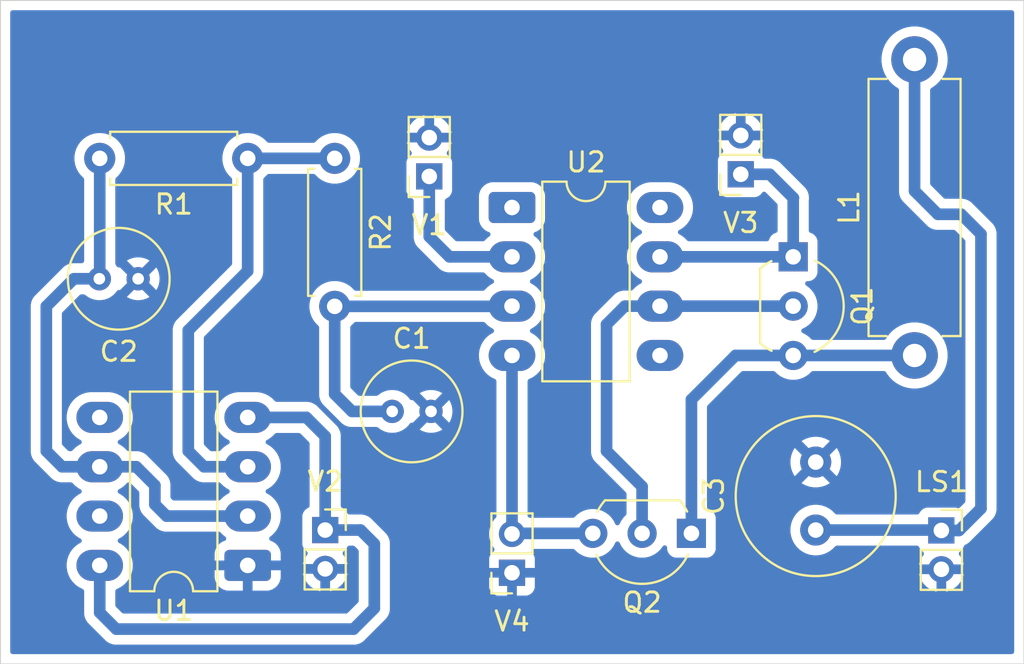
<source format=kicad_pcb>
(kicad_pcb (version 20241229) (generator "pcbnew") (generator_version "9.0")
  (layers (0 "F.Cu" signal) (2 "B.Cu" signal) (13 "F.Paste" user) (15 "B.Paste" user) (5 "F.SilkS" user "F.Silkscreen") (7 "B.SilkS" user "B.Silkscreen") (1 "F.Mask" user) (3 "B.Mask" user) (25 "Edge.Cuts" user))
  (net 0 "")
  (net 1 "Net-(U2-+)")
  (net 2 "GND")
  (net 3 "Net-(U1-THR)")
  (net 4 "Net-(C3-Pad1)")
  (net 5 "Net-(Q1-S)")
  (net 6 "Net-(Q1-G)")
  (net 7 "VCC2")
  (net 8 "VEE2")
  (net 9 "Net-(U1-Q)")
  (net 10 "VCC1")
  (net 14 "Net-(U2--)")
  (footprint "Capacitor_THT:C_Radial_D5.0mm_H5.0mm_P2.00mm" (layer "F.Cu") (at 93.11 79.44)
    (property "Reference" "C1" (at 1 -3.75 0) (layer "F.SilkS"))
    (property "Value" "0.5u")
    (fp_circle (center 1 0) (end 3.62 0) (stroke (width 0.12)) (fill no) (layer "F.SilkS"))
    (pad "1" thru_hole circle (at 0 0) (size 1.2 1.2) (drill 0.6) (layers "*.Cu" "*.Mask") (net 1 "Net-(U2-+)"))
    (pad "2" thru_hole circle (at 2 0) (size 1.2 1.2) (drill 0.6) (layers "*.Cu" "*.Mask") (net 2 "GND"))
  )
  (footprint "Inductor_THT:L_Axial_L13.0mm_D4.5mm_P15.24mm_Horizontal_Fastron_HCCC" (layer "F.Cu") (at 120.01 76.56 90)
    (property "Reference" "L1" (at 7.62 -3.37 90) (layer "F.SilkS"))
    (property "Value" "150m")
    (fp_line (start 14.24 -2.37) (end 14.24 -1.44) (stroke (width 0.12)) (layer "F.SilkS"))
    (fp_line (start 1 -2.37) (end 14.24 -2.37) (stroke (width 0.12)) (layer "F.SilkS"))
    (fp_line (start 1 -1.44) (end 1 -2.37) (stroke (width 0.12)) (layer "F.SilkS"))
    (fp_line (start 1 1.44) (end 1 2.37) (stroke (width 0.12)) (layer "F.SilkS"))
    (fp_line (start 14.24 2.37) (end 14.24 1.44) (stroke (width 0.12)) (layer "F.SilkS"))
    (fp_line (start 1 2.37) (end 14.24 2.37) (stroke (width 0.12)) (layer "F.SilkS"))
    (pad "1" thru_hole circle (at 0 0 90) (size 2.4 2.4) (drill 1.2) (layers "*.Cu" "*.Mask") (net 5 "Net-(Q1-S)"))
    (pad "2" thru_hole oval (at 15.24 0 90) (size 2.4 2.4) (drill 1.2) (layers "*.Cu" "*.Mask") (net 4 "Net-(C3-Pad1)"))
  )
  (footprint "Capacitor_THT:C_Radial_D5.0mm_H5.0mm_P2.00mm" (layer "F.Cu") (at 80.03 72.61 180)
    (property "Reference" "C2" (at 1 -3.75 0) (layer "F.SilkS"))
    (property "Value" "0.1u")
    (fp_circle (center 1 0) (end 3.62 0) (stroke (width 0.12)) (fill no) (layer "F.SilkS"))
    (pad "1" thru_hole circle (at 0 0 180) (size 1.2 1.2) (drill 0.6) (layers "*.Cu" "*.Mask") (net 2 "GND"))
    (pad "2" thru_hole circle (at 2 0 180) (size 1.2 1.2) (drill 0.6) (layers "*.Cu" "*.Mask") (net 3 "Net-(U1-THR)"))
  )
  (footprint "Resistor_THT:R_Axial_DIN0207_L6.3mm_D2.5mm_P7.62mm_Horizontal" (layer "F.Cu") (at 85.67 66.41 180)
    (property "Reference" "R1" (at 3.81 -2.37 0) (layer "F.SilkS"))
    (property "Value" "47K")
    (fp_line (start 7.08 1.37) (end 7.08 1.04) (stroke (width 0.12)) (layer "F.SilkS"))
    (fp_line (start 7.08 -1.37) (end 7.08 -1.04) (stroke (width 0.12)) (layer "F.SilkS"))
    (fp_line (start 0.54 1.37) (end 7.08 1.37) (stroke (width 0.12)) (layer "F.SilkS"))
    (fp_line (start 0.54 1.04) (end 0.54 1.37) (stroke (width 0.12)) (layer "F.SilkS"))
    (fp_line (start 0.54 -1.04) (end 0.54 -1.37) (stroke (width 0.12)) (layer "F.SilkS"))
    (fp_line (start 0.54 -1.37) (end 7.08 -1.37) (stroke (width 0.12)) (layer "F.SilkS"))
    (pad "1" thru_hole circle (at 0 0 180) (size 1.6 1.6) (drill 0.8) (layers "*.Cu" "*.Mask") (net 9 "Net-(U1-Q)"))
    (pad "2" thru_hole oval (at 7.62 0 180) (size 1.6 1.6) (drill 0.8) (layers "*.Cu" "*.Mask") (net 3 "Net-(U1-THR)"))
  )
  (footprint "Package_TO_SOT_THT:TO-92L_Inline_Wide" (layer "F.Cu") (at 113.76 71.48 -90)
    (property "Reference" "Q1" (at 2.54 -3.56 90) (layer "F.SilkS"))
    (property "Value" "NMOS")
    (fp_line (start 0.6 1.7) (end 4.45 1.7) (stroke (width 0.12)) (layer "F.SilkS"))
    (fp_arc (start 0.6 1.7) (mid 0.389183 1.423933) (end 0.217369 1.122045) (stroke (width 0.12)) (layer "F.SilkS"))
    (fp_arc (start 4.842383 1.112264) (mid 4.666594 1.419753) (end 4.45 1.7) (stroke (width 0.12)) (layer "F.SilkS"))
    (fp_arc (start 0.1836 -1.098807) (mid 1.143021 -2.192817) (end 2.54 -2.6) (stroke (width 0.12)) (layer "F.SilkS"))
    (fp_arc (start 2.54 -2.6) (mid 3.936979 -2.192818) (end 4.8964 -1.098807) (stroke (width 0.12)) (layer "F.SilkS"))
    (pad "1" thru_hole rect (at 0 0 270) (size 1.5 1.5) (drill 0.8) (layers "*.Cu" "*.Mask") (net 7 "VCC2"))
    (pad "2" thru_hole circle (at 2.54 0 270) (size 1.5 1.5) (drill 0.8) (layers "*.Cu" "*.Mask") (net 6 "Net-(Q1-G)"))
    (pad "3" thru_hole circle (at 5.08 0 270) (size 1.5 1.5) (drill 0.8) (layers "*.Cu" "*.Mask") (net 5 "Net-(Q1-S)"))
  )
  (footprint "Connector_PinSocket_2.00mm:PinSocket_1x02_P2.00mm_Vertical" (layer "F.Cu") (at 121.39 85.57)
    (property "Reference" "LS1" (at 0 -2.5 0) (layer "F.SilkS"))
    (property "Value" "Speaker")
    (fp_line (start -1.06 1) (end -1.06 3.06) (stroke (width 0.12)) (layer "F.SilkS"))
    (fp_line (start -1.06 1) (end 1.06 1) (stroke (width 0.12)) (layer "F.SilkS"))
    (fp_line (start -1.06 3.06) (end 1.06 3.06) (stroke (width 0.12)) (layer "F.SilkS"))
    (fp_line (start 0 -1.06) (end 1.06 -1.06) (stroke (width 0.12)) (layer "F.SilkS"))
    (fp_line (start 1.06 -1.06) (end 1.06 0) (stroke (width 0.12)) (layer "F.SilkS"))
    (fp_line (start 1.06 1) (end 1.06 3.06) (stroke (width 0.12)) (layer "F.SilkS"))
    (pad "1" thru_hole rect (at 0 0) (size 1.35 1.35) (drill 0.8) (layers "*.Cu" "*.Mask") (net 4 "Net-(C3-Pad1)"))
    (pad "2" thru_hole oval (at 0 2) (size 1.35 1.35) (drill 0.8) (layers "*.Cu" "*.Mask") (net 2 "GND"))
  )
  (footprint "Resistor_THT:R_Axial_DIN0207_L6.3mm_D2.5mm_P7.62mm_Horizontal" (layer "F.Cu") (at 90.15 66.41 -90)
    (property "Reference" "R2" (at 3.81 -2.37 90) (layer "F.SilkS"))
    (property "Value" "100K")
    (fp_line (start 0.54 1.37) (end 7.08 1.37) (stroke (width 0.12)) (layer "F.SilkS"))
    (fp_line (start 7.08 1.37) (end 7.08 1.04) (stroke (width 0.12)) (layer "F.SilkS"))
    (fp_line (start 0.54 1.04) (end 0.54 1.37) (stroke (width 0.12)) (layer "F.SilkS"))
    (fp_line (start 0.54 -1.04) (end 0.54 -1.37) (stroke (width 0.12)) (layer "F.SilkS"))
    (fp_line (start 0.54 -1.37) (end 7.08 -1.37) (stroke (width 0.12)) (layer "F.SilkS"))
    (fp_line (start 7.08 -1.37) (end 7.08 -1.04) (stroke (width 0.12)) (layer "F.SilkS"))
    (pad "1" thru_hole circle (at 0 0 270) (size 1.6 1.6) (drill 0.8) (layers "*.Cu" "*.Mask") (net 9 "Net-(U1-Q)"))
    (pad "2" thru_hole oval (at 7.62 0 270) (size 1.6 1.6) (drill 0.8) (layers "*.Cu" "*.Mask") (net 1 "Net-(U2-+)"))
  )
  (footprint "Package_TO_SOT_THT:TO-92L_Inline_Wide" (layer "F.Cu") (at 108.52 85.72 180)
    (property "Reference" "Q2" (at 2.54 -3.56 0) (layer "F.SilkS"))
    (property "Value" "PMOS")
    (fp_line (start 0.6 1.7) (end 4.45 1.7) (stroke (width 0.12)) (layer "F.SilkS"))
    (fp_arc (start 4.842383 1.112264) (mid 4.666594 1.419753) (end 4.45 1.7) (stroke (width 0.12)) (layer "F.SilkS"))
    (fp_arc (start 2.54 -2.6) (mid 3.936979 -2.192818) (end 4.8964 -1.098807) (stroke (width 0.12)) (layer "F.SilkS"))
    (fp_arc (start 0.6 1.7) (mid 0.389183 1.423933) (end 0.217369 1.122045) (stroke (width 0.12)) (layer "F.SilkS"))
    (fp_arc (start 0.1836 -1.098807) (mid 1.143021 -2.192817) (end 2.54 -2.6) (stroke (width 0.12)) (layer "F.SilkS"))
    (pad "1" thru_hole rect (at 0 0 180) (size 1.5 1.5) (drill 0.8) (layers "*.Cu" "*.Mask") (net 5 "Net-(Q1-S)"))
    (pad "2" thru_hole circle (at 2.54 0 180) (size 1.5 1.5) (drill 0.8) (layers "*.Cu" "*.Mask") (net 6 "Net-(Q1-G)"))
    (pad "3" thru_hole circle (at 5.08 0 180) (size 1.5 1.5) (drill 0.8) (layers "*.Cu" "*.Mask") (net 8 "VEE2"))
  )
  (footprint "Connector_PinSocket_2.00mm:PinSocket_1x02_P2.00mm_Vertical" (layer "F.Cu") (at 99.28 87.75 180)
    (property "Reference" "V4" (at 0 -2.5 0) (layer "F.SilkS"))
    (property "Value" "15")
    (fp_line (start 1.06 1) (end 1.06 3.06) (stroke (width 0.12)) (layer "F.SilkS"))
    (fp_line (start 1.06 -1.06) (end 1.06 0) (stroke (width 0.12)) (layer "F.SilkS"))
    (fp_line (start 0 -1.06) (end 1.06 -1.06) (stroke (width 0.12)) (layer "F.SilkS"))
    (fp_line (start -1.06 3.06) (end 1.06 3.06) (stroke (width 0.12)) (layer "F.SilkS"))
    (fp_line (start -1.06 1) (end 1.06 1) (stroke (width 0.12)) (layer "F.SilkS"))
    (fp_line (start -1.06 1) (end -1.06 3.06) (stroke (width 0.12)) (layer "F.SilkS"))
    (pad "1" thru_hole rect (at 0 0 180) (size 1.35 1.35) (drill 0.8) (layers "*.Cu" "*.Mask") (net 2 "GND"))
    (pad "2" thru_hole oval (at 0 2 180) (size 1.35 1.35) (drill 0.8) (layers "*.Cu" "*.Mask") (net 8 "VEE2"))
  )
  (footprint "Connector_PinSocket_2.00mm:PinSocket_1x02_P2.00mm_Vertical" (layer "F.Cu") (at 89.66 85.55)
    (property "Reference" "V2" (at 0 -2.5 0) (layer "F.SilkS"))
    (property "Value" "5")
    (fp_line (start -1.06 1) (end -1.06 3.06) (stroke (width 0.12)) (layer "F.SilkS"))
    (fp_line (start -1.06 1) (end 1.06 1) (stroke (width 0.12)) (layer "F.SilkS"))
    (fp_line (start -1.06 3.06) (end 1.06 3.06) (stroke (width 0.12)) (layer "F.SilkS"))
    (fp_line (start 0 -1.06) (end 1.06 -1.06) (stroke (width 0.12)) (layer "F.SilkS"))
    (fp_line (start 1.06 -1.06) (end 1.06 0) (stroke (width 0.12)) (layer "F.SilkS"))
    (fp_line (start 1.06 1) (end 1.06 3.06) (stroke (width 0.12)) (layer "F.SilkS"))
    (pad "1" thru_hole rect (at 0 0) (size 1.35 1.35) (drill 0.8) (layers "*.Cu" "*.Mask") (net 10 "VCC1"))
    (pad "2" thru_hole oval (at 0 2) (size 1.35 1.35) (drill 0.8) (layers "*.Cu" "*.Mask") (net 2 "GND"))
  )
  (footprint "Capacitor_THT:C_Radial_D8.0mm_H7.0mm_P3.50mm" (layer "F.Cu") (at 114.92 85.55 90)
    (property "Reference" "C3" (at 1.75 -5.25 90) (layer "F.SilkS"))
    (property "Value" "100u")
    (fp_circle (center 1.75 0) (end 5.87 0) (stroke (width 0.12)) (fill no) (layer "F.SilkS"))
    (pad "1" thru_hole circle (at 0 0 90) (size 1.6 1.6) (drill 0.8) (layers "*.Cu" "*.Mask") (net 4 "Net-(C3-Pad1)"))
    (pad "2" thru_hole circle (at 3.5 0 90) (size 1.6 1.6) (drill 0.8) (layers "*.Cu" "*.Mask") (net 2 "GND"))
  )
  (footprint "Package_DIP:DIP-8_W7.62mm_LongPads" (layer "F.Cu") (at 85.67 87.37 180)
    (property "Reference" "U1" (at 3.81 -2.33 0) (layer "F.SilkS"))
    (property "Value" "NE555P")
    (fp_line (start 6.06 8.95) (end 6.06 -1.33) (stroke (width 0.12)) (layer "F.SilkS"))
    (fp_line (start 6.06 -1.33) (end 4.81 -1.33) (stroke (width 0.12)) (layer "F.SilkS"))
    (fp_line (start 2.81 -1.33) (end 1.56 -1.33) (stroke (width 0.12)) (layer "F.SilkS"))
    (fp_line (start 1.56 8.95) (end 6.06 8.95) (stroke (width 0.12)) (layer "F.SilkS"))
    (fp_line (start 1.56 -1.33) (end 1.56 8.95) (stroke (width 0.12)) (layer "F.SilkS"))
    (fp_arc (start 4.81 -1.33) (mid 3.81 -0.33) (end 2.81 -1.33) (stroke (width 0.12)) (layer "F.SilkS"))
    (pad "1" thru_hole roundrect (at 0 0 180) (size 2.4 1.6) (drill 0.8) (layers "*.Cu" "*.Mask") (roundrect_rratio 0.15625) (net 2 "GND"))
    (pad "2" thru_hole oval (at 0 2.54 180) (size 2.4 1.6) (drill 0.8) (layers "*.Cu" "*.Mask") (net 3 "Net-(U1-THR)"))
    (pad "3" thru_hole oval (at 0 5.08 180) (size 2.4 1.6) (drill 0.8) (layers "*.Cu" "*.Mask") (net 9 "Net-(U1-Q)"))
    (pad "4" thru_hole oval (at 0 7.62 180) (size 2.4 1.6) (drill 0.8) (layers "*.Cu" "*.Mask") (net 10 "VCC1"))
    (pad "5" thru_hole oval (at 7.62 7.62 180) (size 2.4 1.6) (drill 0.8) (layers "*.Cu" "*.Mask"))
    (pad "6" thru_hole oval (at 7.62 5.08 180) (size 2.4 1.6) (drill 0.8) (layers "*.Cu" "*.Mask") (net 3 "Net-(U1-THR)"))
    (pad "7" thru_hole oval (at 7.62 2.54 180) (size 2.4 1.6) (drill 0.8) (layers "*.Cu" "*.Mask"))
    (pad "8" thru_hole oval (at 7.62 0 180) (size 2.4 1.6) (drill 0.8) (layers "*.Cu" "*.Mask") (net 10 "VCC1"))
  )
  (footprint "Package_DIP:DIP-8_W7.62mm_LongPads" (layer "F.Cu") (at 99.28 68.94)
    (property "Reference" "U2" (at 3.81 -2.33 0) (layer "F.SilkS"))
    (property "Value" "LM741")
    (fp_line (start 1.56 -1.33) (end 1.56 8.95) (stroke (width 0.12)) (layer "F.SilkS"))
    (fp_line (start 1.56 8.95) (end 6.06 8.95) (stroke (width 0.12)) (layer "F.SilkS"))
    (fp_line (start 2.81 -1.33) (end 1.56 -1.33) (stroke (width 0.12)) (layer "F.SilkS"))
    (fp_line (start 6.06 -1.33) (end 4.81 -1.33) (stroke (width 0.12)) (layer "F.SilkS"))
    (fp_line (start 6.06 8.95) (end 6.06 -1.33) (stroke (width 0.12)) (layer "F.SilkS"))
    (fp_arc (start 4.81 -1.33) (mid 3.81 -0.33) (end 2.81 -1.33) (stroke (width 0.12)) (layer "F.SilkS"))
    (pad "1" thru_hole roundrect (at 0 0) (size 2.4 1.6) (drill 0.8) (layers "*.Cu" "*.Mask") (roundrect_rratio 0.15625))
    (pad "2" thru_hole oval (at 0 2.54) (size 2.4 1.6) (drill 0.8) (layers "*.Cu" "*.Mask") (net 14 "Net-(U2--)"))
    (pad "3" thru_hole oval (at 0 5.08) (size 2.4 1.6) (drill 0.8) (layers "*.Cu" "*.Mask") (net 1 "Net-(U2-+)"))
    (pad "4" thru_hole oval (at 0 7.62) (size 2.4 1.6) (drill 0.8) (layers "*.Cu" "*.Mask") (net 8 "VEE2"))
    (pad "5" thru_hole oval (at 7.62 7.62) (size 2.4 1.6) (drill 0.8) (layers "*.Cu" "*.Mask"))
    (pad "6" thru_hole oval (at 7.62 5.08) (size 2.4 1.6) (drill 0.8) (layers "*.Cu" "*.Mask") (net 6 "Net-(Q1-G)"))
    (pad "7" thru_hole oval (at 7.62 2.54) (size 2.4 1.6) (drill 0.8) (layers "*.Cu" "*.Mask") (net 7 "VCC2"))
    (pad "8" thru_hole oval (at 7.62 0) (size 2.4 1.6) (drill 0.8) (layers "*.Cu" "*.Mask"))
  )
  (footprint "Connector_PinSocket_2.00mm:PinSocket_1x02_P2.00mm_Vertical" (layer "F.Cu") (at 111.06 67.23 180)
    (property "Reference" "V3" (at 0 -2.5 0) (layer "F.SilkS"))
    (property "Value" "15")
    (fp_line (start 1.06 1) (end 1.06 3.06) (stroke (width 0.12)) (layer "F.SilkS"))
    (fp_line (start 1.06 -1.06) (end 1.06 0) (stroke (width 0.12)) (layer "F.SilkS"))
    (fp_line (start 0 -1.06) (end 1.06 -1.06) (stroke (width 0.12)) (layer "F.SilkS"))
    (fp_line (start -1.06 3.06) (end 1.06 3.06) (stroke (width 0.12)) (layer "F.SilkS"))
    (fp_line (start -1.06 1) (end 1.06 1) (stroke (width 0.12)) (layer "F.SilkS"))
    (fp_line (start -1.06 1) (end -1.06 3.06) (stroke (width 0.12)) (layer "F.SilkS"))
    (pad "1" thru_hole rect (at 0 0 180) (size 1.35 1.35) (drill 0.8) (layers "*.Cu" "*.Mask") (net 7 "VCC2"))
    (pad "2" thru_hole oval (at 0 2 180) (size 1.35 1.35) (drill 0.8) (layers "*.Cu" "*.Mask") (net 2 "GND"))
  )
  (footprint "Connector_PinSocket_2.00mm:PinSocket_1x02_P2.00mm_Vertical" (layer "F.Cu") (at 95.02 67.34 180)
    (property "Reference" "V1" (at 0 -2.5 0) (layer "F.SilkS"))
    (property "Value" "VSIN")
    (fp_line (start 1.06 1) (end 1.06 3.06) (stroke (width 0.12)) (layer "F.SilkS"))
    (fp_line (start 1.06 -1.06) (end 1.06 0) (stroke (width 0.12)) (layer "F.SilkS"))
    (fp_line (start 0 -1.06) (end 1.06 -1.06) (stroke (width 0.12)) (layer "F.SilkS"))
    (fp_line (start -1.06 3.06) (end 1.06 3.06) (stroke (width 0.12)) (layer "F.SilkS"))
    (fp_line (start -1.06 1) (end 1.06 1) (stroke (width 0.12)) (layer "F.SilkS"))
    (fp_line (start -1.06 1) (end -1.06 3.06) (stroke (width 0.12)) (layer "F.SilkS"))
    (pad "1" thru_hole rect (at 0 0 180) (size 1.35 1.35) (drill 0.8) (layers "*.Cu" "*.Mask") (net 14 "Net-(U2--)"))
    (pad "2" thru_hole oval (at 0 2 180) (size 1.35 1.35) (drill 0.8) (layers "*.Cu" "*.Mask") (net 2 "GND"))
  )
  (gr_rect (start 72.94 58.28) (end 125.64 92.44) (stroke (width 0.05)) (fill no) (layer "Edge.Cuts"))
  (segment (start 99.27 74.03) (end 99.28 74.02) (width 0.6) (layer "B.Cu") (net 1))
  (segment (start 90.15 74.03) (end 99.27 74.03) (width 0.6) (layer "B.Cu") (net 1))
  (segment (start 91.04 79.44) (end 90.15 78.55) (width 0.6) (layer "B.Cu") (net 1))
  (segment (start 90.15 74.03) (end 90.15 78.55) (width 0.6) (layer "B.Cu") (net 1))
  (segment (start 93.11 79.44) (end 91.04 79.44) (width 0.6) (layer "B.Cu") (net 1))
  (segment (start 80.89 83.25) (end 80.89 84.23) (width 0.6) (layer "B.Cu") (net 3))
  (segment (start 78.05 82.29) (end 76.11 82.29) (width 0.6) (layer "B.Cu") (net 3))
  (segment (start 76.11 82.29) (end 75.3 81.48) (width 0.6) (layer "B.Cu") (net 3))
  (segment (start 75.3 74.03) (end 76.72 72.61) (width 0.6) (layer "B.Cu") (net 3))
  (segment (start 80.89 84.23) (end 81.49 84.83) (width 0.6) (layer "B.Cu") (net 3))
  (segment (start 75.3 81.48) (end 75.3 74.03) (width 0.6) (layer "B.Cu") (net 3))
  (segment (start 81.49 84.83) (end 85.67 84.83) (width 0.6) (layer "B.Cu") (net 3))
  (segment (start 78.05 66.41) (end 78.05 72.59) (width 0.6) (layer "B.Cu") (net 3))
  (segment (start 76.72 72.61) (end 78.03 72.61) (width 0.6) (layer "B.Cu") (net 3))
  (segment (start 78.05 72.59) (end 78.03 72.61) (width 0.6) (layer "B.Cu") (net 3))
  (segment (start 79.93 82.29) (end 80.89 83.25) (width 0.6) (layer "B.Cu") (net 3))
  (segment (start 78.05 82.29) (end 79.93 82.29) (width 0.6) (layer "B.Cu") (net 3))
  (segment (start 122.3 85.57) (end 121.39 85.57) (width 0.6) (layer "B.Cu") (net 4))
  (segment (start 114.92 85.55) (end 121.37 85.55) (width 0.6) (layer "B.Cu") (net 4))
  (segment (start 121.21 69.29) (end 122.41 69.29) (width 0.6) (layer "B.Cu") (net 4))
  (segment (start 122.41 69.29) (end 123.43 70.31) (width 0.6) (layer "B.Cu") (net 4))
  (segment (start 120.01 68.09) (end 121.21 69.29) (width 0.6) (layer "B.Cu") (net 4))
  (segment (start 120.01 61.32) (end 120.01 68.09) (width 0.6) (layer "B.Cu") (net 4))
  (segment (start 121.37 85.55) (end 121.39 85.57) (width 0.6) (layer "B.Cu") (net 4))
  (segment (start 123.43 70.31) (end 123.43 84.44) (width 0.6) (layer "B.Cu") (net 4))
  (segment (start 123.43 84.44) (end 122.3 85.57) (width 0.6) (layer "B.Cu") (net 4))
  (segment (start 110.79 76.56) (end 108.52 78.83) (width 0.6) (layer "B.Cu") (net 5))
  (segment (start 113.76 76.56) (end 120.01 76.56) (width 0.6) (layer "B.Cu") (net 5))
  (segment (start 113.76 76.56) (end 110.79 76.56) (width 0.6) (layer "B.Cu") (net 5))
  (segment (start 108.52 78.83) (end 108.52 85.72) (width 0.6) (layer "B.Cu") (net 5))
  (segment (start 105.98 83.31) (end 104.15 81.48) (width 0.6) (layer "B.Cu") (net 6))
  (segment (start 105.09 74.02) (end 106.9 74.02) (width 0.6) (layer "B.Cu") (net 6))
  (segment (start 104.15 81.48) (end 104.15 74.96) (width 0.6) (layer "B.Cu") (net 6))
  (segment (start 104.15 74.96) (end 105.09 74.02) (width 0.6) (layer "B.Cu") (net 6))
  (segment (start 106.9 74.02) (end 113.76 74.02) (width 0.6) (layer "B.Cu") (net 6))
  (segment (start 105.98 85.72) (end 105.98 83.31) (width 0.6) (layer "B.Cu") (net 6))
  (segment (start 112.55 67.23) (end 113.77 68.45) (width 0.6) (layer "B.Cu") (net 7))
  (segment (start 113.77 68.45) (end 113.76 68.46) (width 0.6) (layer "B.Cu") (net 7))
  (segment (start 113.76 68.46) (end 113.76 71.48) (width 0.6) (layer "B.Cu") (net 7))
  (segment (start 111.06 67.23) (end 112.55 67.23) (width 0.6) (layer "B.Cu") (net 7))
  (segment (start 106.9 71.48) (end 113.76 71.48) (width 0.6) (layer "B.Cu") (net 7))
  (segment (start 99.31 85.72) (end 99.28 85.75) (width 0.6) (layer "B.Cu") (net 8))
  (segment (start 99.28 76.56) (end 99.28 85.75) (width 0.6) (layer "B.Cu") (net 8))
  (segment (start 103.44 85.72) (end 99.31 85.72) (width 0.6) (layer "B.Cu") (net 8))
  (segment (start 85.67 82.29) (end 83.42 82.29) (width 0.6) (layer "B.Cu") (net 9))
  (segment (start 83.42 82.29) (end 82.61 81.48) (width 0.6) (layer "B.Cu") (net 9))
  (segment (start 82.61 81.48) (end 82.61 75.27) (width 0.6) (layer "B.Cu") (net 9))
  (segment (start 85.67 66.41) (end 90.15 66.41) (width 0.6) (layer "B.Cu") (net 9))
  (segment (start 85.67 72.21) (end 85.67 66.41) (width 0.6) (layer "B.Cu") (net 9))
  (segment (start 82.61 75.27) (end 85.67 72.21) (width 0.6) (layer "B.Cu") (net 9))
  (segment (start 91.48 85.55) (end 92.19 86.26) (width 0.6) (layer "B.Cu") (net 10))
  (segment (start 88.69 79.75) (end 89.66 80.72) (width 0.6) (layer "B.Cu") (net 10))
  (segment (start 92.19 86.26) (end 92.19 89.58) (width 0.6) (layer "B.Cu") (net 10))
  (segment (start 89.66 80.72) (end 89.66 85.55) (width 0.6) (layer "B.Cu") (net 10))
  (segment (start 89.66 85.55) (end 91.48 85.55) (width 0.6) (layer "B.Cu") (net 10))
  (segment (start 78.05 87.37) (end 78.05 89.8) (width 0.6) (layer "B.Cu") (net 10))
  (segment (start 85.67 79.75) (end 88.69 79.75) (width 0.6) (layer "B.Cu") (net 10))
  (segment (start 91.12 90.65) (end 78.9 90.65) (width 0.6) (layer "B.Cu") (net 10))
  (segment (start 92.19 89.58) (end 91.12 90.65) (width 0.6) (layer "B.Cu") (net 10))
  (segment (start 78.05 89.8) (end 78.9 90.65) (width 0.6) (layer "B.Cu") (net 10))
  (segment (start 95.02 67.34) (end 95.02 70.44) (width 0.6) (layer "B.Cu") (net 14))
  (segment (start 95.02 70.44) (end 96.06 71.48) (width 0.6) (layer "B.Cu") (net 14))
  (segment (start 96.06 71.48) (end 99.28 71.48) (width 0.6) (layer "B.Cu") (net 14))
  (zone (net 2) (net_name "GND") (layer "B.Cu") (connect_pads (clearance 0.5)) (min_thickness 0.25) (fill yes (thermal_gap 0.5) (thermal_bridge_width 0.5))
    (polygon (pts (xy 73 58.36) (xy 125.67 58.28) (xy 125.67 92.44) (xy 73 92.44) (xy 73 58.32) (xy 73.05 58.45) (xy 73.13 58.28) (xy 73.05 58.28)))
  )
)
</source>
